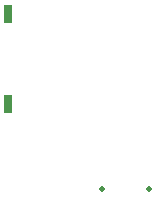
<source format=gbr>
%TF.GenerationSoftware,KiCad,Pcbnew,(5.99.0-10506-gb986797469)*%
%TF.CreationDate,2021-06-08T23:03:07+02:00*%
%TF.ProjectId,Navi_2_0,4e617669-5f32-45f3-902e-6b696361645f,rev?*%
%TF.SameCoordinates,Original*%
%TF.FileFunction,Soldermask,Top*%
%TF.FilePolarity,Negative*%
%FSLAX46Y46*%
G04 Gerber Fmt 4.6, Leading zero omitted, Abs format (unit mm)*
G04 Created by KiCad (PCBNEW (5.99.0-10506-gb986797469)) date 2021-06-08 23:03:07*
%MOMM*%
%LPD*%
G01*
G04 APERTURE LIST*
%ADD10R,0.760000X1.600000*%
%ADD11C,0.500000*%
G04 APERTURE END LIST*
D10*
%TO.C,SW2*%
X35600000Y-164990000D03*
X35600000Y-172610000D03*
%TD*%
D11*
%TO.C,J1*%
X47500000Y-179850000D03*
X43500000Y-179850000D03*
%TD*%
M02*

</source>
